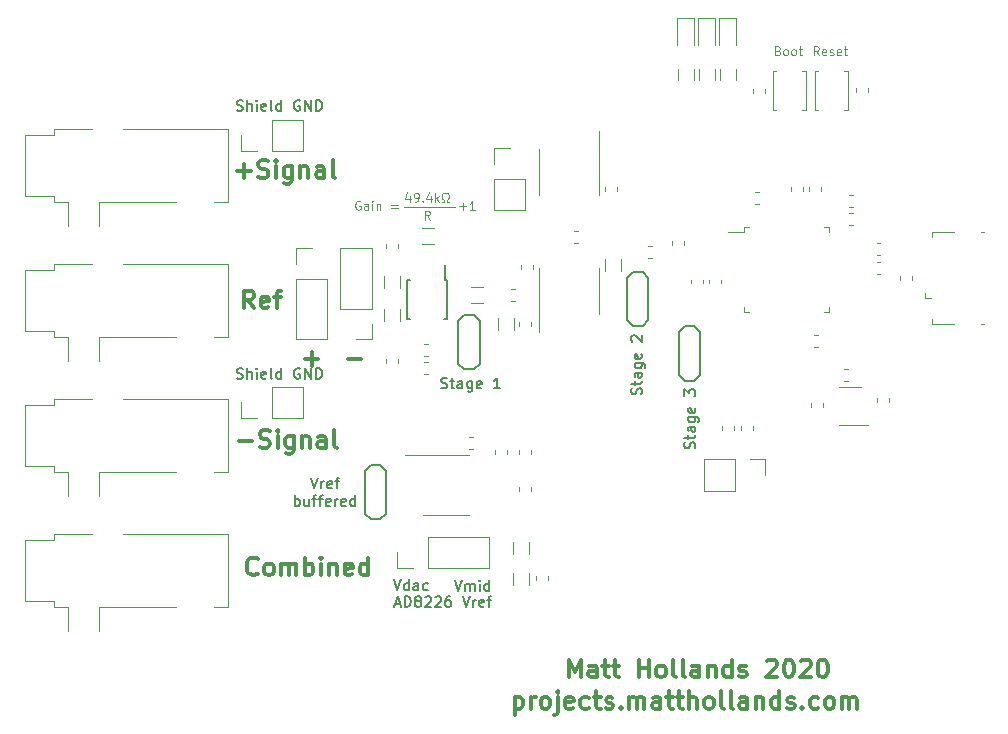
<source format=gbr>
G04 #@! TF.GenerationSoftware,KiCad,Pcbnew,(5.1.5-0-10_14)*
G04 #@! TF.CreationDate,2020-03-25T22:17:50-07:00*
G04 #@! TF.ProjectId,EOGee,454f4765-652e-46b6-9963-61645f706362,rev?*
G04 #@! TF.SameCoordinates,Original*
G04 #@! TF.FileFunction,Legend,Top*
G04 #@! TF.FilePolarity,Positive*
%FSLAX46Y46*%
G04 Gerber Fmt 4.6, Leading zero omitted, Abs format (unit mm)*
G04 Created by KiCad (PCBNEW (5.1.5-0-10_14)) date 2020-03-25 22:17:50*
%MOMM*%
%LPD*%
G04 APERTURE LIST*
%ADD10C,0.125000*%
%ADD11C,0.160000*%
%ADD12C,0.120000*%
%ADD13C,0.300000*%
%ADD14C,0.150000*%
G04 APERTURE END LIST*
D10*
X136231428Y-25231285D02*
X135981428Y-24874142D01*
X135802857Y-25231285D02*
X135802857Y-24481285D01*
X136088571Y-24481285D01*
X136160000Y-24517000D01*
X136195714Y-24552714D01*
X136231428Y-24624142D01*
X136231428Y-24731285D01*
X136195714Y-24802714D01*
X136160000Y-24838428D01*
X136088571Y-24874142D01*
X135802857Y-24874142D01*
X136838571Y-25195571D02*
X136767142Y-25231285D01*
X136624285Y-25231285D01*
X136552857Y-25195571D01*
X136517142Y-25124142D01*
X136517142Y-24838428D01*
X136552857Y-24767000D01*
X136624285Y-24731285D01*
X136767142Y-24731285D01*
X136838571Y-24767000D01*
X136874285Y-24838428D01*
X136874285Y-24909857D01*
X136517142Y-24981285D01*
X137160000Y-25195571D02*
X137231428Y-25231285D01*
X137374285Y-25231285D01*
X137445714Y-25195571D01*
X137481428Y-25124142D01*
X137481428Y-25088428D01*
X137445714Y-25017000D01*
X137374285Y-24981285D01*
X137267142Y-24981285D01*
X137195714Y-24945571D01*
X137160000Y-24874142D01*
X137160000Y-24838428D01*
X137195714Y-24767000D01*
X137267142Y-24731285D01*
X137374285Y-24731285D01*
X137445714Y-24767000D01*
X138088571Y-25195571D02*
X138017142Y-25231285D01*
X137874285Y-25231285D01*
X137802857Y-25195571D01*
X137767142Y-25124142D01*
X137767142Y-24838428D01*
X137802857Y-24767000D01*
X137874285Y-24731285D01*
X138017142Y-24731285D01*
X138088571Y-24767000D01*
X138124285Y-24838428D01*
X138124285Y-24909857D01*
X137767142Y-24981285D01*
X138338571Y-24731285D02*
X138624285Y-24731285D01*
X138445714Y-24481285D02*
X138445714Y-25124142D01*
X138481428Y-25195571D01*
X138552857Y-25231285D01*
X138624285Y-25231285D01*
X132764714Y-24838428D02*
X132871857Y-24874142D01*
X132907571Y-24909857D01*
X132943285Y-24981285D01*
X132943285Y-25088428D01*
X132907571Y-25159857D01*
X132871857Y-25195571D01*
X132800428Y-25231285D01*
X132514714Y-25231285D01*
X132514714Y-24481285D01*
X132764714Y-24481285D01*
X132836142Y-24517000D01*
X132871857Y-24552714D01*
X132907571Y-24624142D01*
X132907571Y-24695571D01*
X132871857Y-24767000D01*
X132836142Y-24802714D01*
X132764714Y-24838428D01*
X132514714Y-24838428D01*
X133371857Y-25231285D02*
X133300428Y-25195571D01*
X133264714Y-25159857D01*
X133229000Y-25088428D01*
X133229000Y-24874142D01*
X133264714Y-24802714D01*
X133300428Y-24767000D01*
X133371857Y-24731285D01*
X133479000Y-24731285D01*
X133550428Y-24767000D01*
X133586142Y-24802714D01*
X133621857Y-24874142D01*
X133621857Y-25088428D01*
X133586142Y-25159857D01*
X133550428Y-25195571D01*
X133479000Y-25231285D01*
X133371857Y-25231285D01*
X134050428Y-25231285D02*
X133979000Y-25195571D01*
X133943285Y-25159857D01*
X133907571Y-25088428D01*
X133907571Y-24874142D01*
X133943285Y-24802714D01*
X133979000Y-24767000D01*
X134050428Y-24731285D01*
X134157571Y-24731285D01*
X134229000Y-24767000D01*
X134264714Y-24802714D01*
X134300428Y-24874142D01*
X134300428Y-25088428D01*
X134264714Y-25159857D01*
X134229000Y-25195571D01*
X134157571Y-25231285D01*
X134050428Y-25231285D01*
X134514714Y-24731285D02*
X134800428Y-24731285D01*
X134621857Y-24481285D02*
X134621857Y-25124142D01*
X134657571Y-25195571D01*
X134729000Y-25231285D01*
X134800428Y-25231285D01*
D11*
X125713285Y-58492714D02*
X125756142Y-58364142D01*
X125756142Y-58149857D01*
X125713285Y-58064142D01*
X125670428Y-58021285D01*
X125584714Y-57978428D01*
X125499000Y-57978428D01*
X125413285Y-58021285D01*
X125370428Y-58064142D01*
X125327571Y-58149857D01*
X125284714Y-58321285D01*
X125241857Y-58407000D01*
X125199000Y-58449857D01*
X125113285Y-58492714D01*
X125027571Y-58492714D01*
X124941857Y-58449857D01*
X124899000Y-58407000D01*
X124856142Y-58321285D01*
X124856142Y-58107000D01*
X124899000Y-57978428D01*
X125156142Y-57721285D02*
X125156142Y-57378428D01*
X124856142Y-57592714D02*
X125627571Y-57592714D01*
X125713285Y-57549857D01*
X125756142Y-57464142D01*
X125756142Y-57378428D01*
X125756142Y-56692714D02*
X125284714Y-56692714D01*
X125199000Y-56735571D01*
X125156142Y-56821285D01*
X125156142Y-56992714D01*
X125199000Y-57078428D01*
X125713285Y-56692714D02*
X125756142Y-56778428D01*
X125756142Y-56992714D01*
X125713285Y-57078428D01*
X125627571Y-57121285D01*
X125541857Y-57121285D01*
X125456142Y-57078428D01*
X125413285Y-56992714D01*
X125413285Y-56778428D01*
X125370428Y-56692714D01*
X125156142Y-55878428D02*
X125884714Y-55878428D01*
X125970428Y-55921285D01*
X126013285Y-55964142D01*
X126056142Y-56049857D01*
X126056142Y-56178428D01*
X126013285Y-56264142D01*
X125713285Y-55878428D02*
X125756142Y-55964142D01*
X125756142Y-56135571D01*
X125713285Y-56221285D01*
X125670428Y-56264142D01*
X125584714Y-56307000D01*
X125327571Y-56307000D01*
X125241857Y-56264142D01*
X125199000Y-56221285D01*
X125156142Y-56135571D01*
X125156142Y-55964142D01*
X125199000Y-55878428D01*
X125713285Y-55107000D02*
X125756142Y-55192714D01*
X125756142Y-55364142D01*
X125713285Y-55449857D01*
X125627571Y-55492714D01*
X125284714Y-55492714D01*
X125199000Y-55449857D01*
X125156142Y-55364142D01*
X125156142Y-55192714D01*
X125199000Y-55107000D01*
X125284714Y-55064142D01*
X125370428Y-55064142D01*
X125456142Y-55492714D01*
X124856142Y-54078428D02*
X124856142Y-53521285D01*
X125199000Y-53821285D01*
X125199000Y-53692714D01*
X125241857Y-53607000D01*
X125284714Y-53564142D01*
X125370428Y-53521285D01*
X125584714Y-53521285D01*
X125670428Y-53564142D01*
X125713285Y-53607000D01*
X125756142Y-53692714D01*
X125756142Y-53949857D01*
X125713285Y-54035571D01*
X125670428Y-54078428D01*
X93203071Y-60982142D02*
X93503071Y-61882142D01*
X93803071Y-60982142D01*
X94103071Y-61882142D02*
X94103071Y-61282142D01*
X94103071Y-61453571D02*
X94145928Y-61367857D01*
X94188785Y-61325000D01*
X94274500Y-61282142D01*
X94360214Y-61282142D01*
X95003071Y-61839285D02*
X94917357Y-61882142D01*
X94745928Y-61882142D01*
X94660214Y-61839285D01*
X94617357Y-61753571D01*
X94617357Y-61410714D01*
X94660214Y-61325000D01*
X94745928Y-61282142D01*
X94917357Y-61282142D01*
X95003071Y-61325000D01*
X95045928Y-61410714D01*
X95045928Y-61496428D01*
X94617357Y-61582142D01*
X95303071Y-61282142D02*
X95645928Y-61282142D01*
X95431642Y-61882142D02*
X95431642Y-61110714D01*
X95474500Y-61025000D01*
X95560214Y-60982142D01*
X95645928Y-60982142D01*
X91853071Y-63392142D02*
X91853071Y-62492142D01*
X91853071Y-62835000D02*
X91938785Y-62792142D01*
X92110214Y-62792142D01*
X92195928Y-62835000D01*
X92238785Y-62877857D01*
X92281642Y-62963571D01*
X92281642Y-63220714D01*
X92238785Y-63306428D01*
X92195928Y-63349285D01*
X92110214Y-63392142D01*
X91938785Y-63392142D01*
X91853071Y-63349285D01*
X93053071Y-62792142D02*
X93053071Y-63392142D01*
X92667357Y-62792142D02*
X92667357Y-63263571D01*
X92710214Y-63349285D01*
X92795928Y-63392142D01*
X92924500Y-63392142D01*
X93010214Y-63349285D01*
X93053071Y-63306428D01*
X93353071Y-62792142D02*
X93695928Y-62792142D01*
X93481642Y-63392142D02*
X93481642Y-62620714D01*
X93524500Y-62535000D01*
X93610214Y-62492142D01*
X93695928Y-62492142D01*
X93867357Y-62792142D02*
X94210214Y-62792142D01*
X93995928Y-63392142D02*
X93995928Y-62620714D01*
X94038785Y-62535000D01*
X94124500Y-62492142D01*
X94210214Y-62492142D01*
X94853071Y-63349285D02*
X94767357Y-63392142D01*
X94595928Y-63392142D01*
X94510214Y-63349285D01*
X94467357Y-63263571D01*
X94467357Y-62920714D01*
X94510214Y-62835000D01*
X94595928Y-62792142D01*
X94767357Y-62792142D01*
X94853071Y-62835000D01*
X94895928Y-62920714D01*
X94895928Y-63006428D01*
X94467357Y-63092142D01*
X95281642Y-63392142D02*
X95281642Y-62792142D01*
X95281642Y-62963571D02*
X95324500Y-62877857D01*
X95367357Y-62835000D01*
X95453071Y-62792142D01*
X95538785Y-62792142D01*
X96181642Y-63349285D02*
X96095928Y-63392142D01*
X95924500Y-63392142D01*
X95838785Y-63349285D01*
X95795928Y-63263571D01*
X95795928Y-62920714D01*
X95838785Y-62835000D01*
X95924500Y-62792142D01*
X96095928Y-62792142D01*
X96181642Y-62835000D01*
X96224500Y-62920714D01*
X96224500Y-63006428D01*
X95795928Y-63092142D01*
X96995928Y-63392142D02*
X96995928Y-62492142D01*
X96995928Y-63349285D02*
X96910214Y-63392142D01*
X96738785Y-63392142D01*
X96653071Y-63349285D01*
X96610214Y-63306428D01*
X96567357Y-63220714D01*
X96567357Y-62963571D01*
X96610214Y-62877857D01*
X96653071Y-62835000D01*
X96738785Y-62792142D01*
X96910214Y-62792142D01*
X96995928Y-62835000D01*
X121204785Y-53920714D02*
X121247642Y-53792142D01*
X121247642Y-53577857D01*
X121204785Y-53492142D01*
X121161928Y-53449285D01*
X121076214Y-53406428D01*
X120990500Y-53406428D01*
X120904785Y-53449285D01*
X120861928Y-53492142D01*
X120819071Y-53577857D01*
X120776214Y-53749285D01*
X120733357Y-53835000D01*
X120690500Y-53877857D01*
X120604785Y-53920714D01*
X120519071Y-53920714D01*
X120433357Y-53877857D01*
X120390500Y-53835000D01*
X120347642Y-53749285D01*
X120347642Y-53535000D01*
X120390500Y-53406428D01*
X120647642Y-53149285D02*
X120647642Y-52806428D01*
X120347642Y-53020714D02*
X121119071Y-53020714D01*
X121204785Y-52977857D01*
X121247642Y-52892142D01*
X121247642Y-52806428D01*
X121247642Y-52120714D02*
X120776214Y-52120714D01*
X120690500Y-52163571D01*
X120647642Y-52249285D01*
X120647642Y-52420714D01*
X120690500Y-52506428D01*
X121204785Y-52120714D02*
X121247642Y-52206428D01*
X121247642Y-52420714D01*
X121204785Y-52506428D01*
X121119071Y-52549285D01*
X121033357Y-52549285D01*
X120947642Y-52506428D01*
X120904785Y-52420714D01*
X120904785Y-52206428D01*
X120861928Y-52120714D01*
X120647642Y-51306428D02*
X121376214Y-51306428D01*
X121461928Y-51349285D01*
X121504785Y-51392142D01*
X121547642Y-51477857D01*
X121547642Y-51606428D01*
X121504785Y-51692142D01*
X121204785Y-51306428D02*
X121247642Y-51392142D01*
X121247642Y-51563571D01*
X121204785Y-51649285D01*
X121161928Y-51692142D01*
X121076214Y-51735000D01*
X120819071Y-51735000D01*
X120733357Y-51692142D01*
X120690500Y-51649285D01*
X120647642Y-51563571D01*
X120647642Y-51392142D01*
X120690500Y-51306428D01*
X121204785Y-50535000D02*
X121247642Y-50620714D01*
X121247642Y-50792142D01*
X121204785Y-50877857D01*
X121119071Y-50920714D01*
X120776214Y-50920714D01*
X120690500Y-50877857D01*
X120647642Y-50792142D01*
X120647642Y-50620714D01*
X120690500Y-50535000D01*
X120776214Y-50492142D01*
X120861928Y-50492142D01*
X120947642Y-50920714D01*
X120433357Y-49463571D02*
X120390500Y-49420714D01*
X120347642Y-49335000D01*
X120347642Y-49120714D01*
X120390500Y-49035000D01*
X120433357Y-48992142D01*
X120519071Y-48949285D01*
X120604785Y-48949285D01*
X120733357Y-48992142D01*
X121247642Y-49506428D01*
X121247642Y-48949285D01*
X100365428Y-71651000D02*
X100794000Y-71651000D01*
X100279714Y-71908142D02*
X100579714Y-71008142D01*
X100879714Y-71908142D01*
X101179714Y-71908142D02*
X101179714Y-71008142D01*
X101394000Y-71008142D01*
X101522571Y-71051000D01*
X101608285Y-71136714D01*
X101651142Y-71222428D01*
X101694000Y-71393857D01*
X101694000Y-71522428D01*
X101651142Y-71693857D01*
X101608285Y-71779571D01*
X101522571Y-71865285D01*
X101394000Y-71908142D01*
X101179714Y-71908142D01*
X102208285Y-71393857D02*
X102122571Y-71351000D01*
X102079714Y-71308142D01*
X102036857Y-71222428D01*
X102036857Y-71179571D01*
X102079714Y-71093857D01*
X102122571Y-71051000D01*
X102208285Y-71008142D01*
X102379714Y-71008142D01*
X102465428Y-71051000D01*
X102508285Y-71093857D01*
X102551142Y-71179571D01*
X102551142Y-71222428D01*
X102508285Y-71308142D01*
X102465428Y-71351000D01*
X102379714Y-71393857D01*
X102208285Y-71393857D01*
X102122571Y-71436714D01*
X102079714Y-71479571D01*
X102036857Y-71565285D01*
X102036857Y-71736714D01*
X102079714Y-71822428D01*
X102122571Y-71865285D01*
X102208285Y-71908142D01*
X102379714Y-71908142D01*
X102465428Y-71865285D01*
X102508285Y-71822428D01*
X102551142Y-71736714D01*
X102551142Y-71565285D01*
X102508285Y-71479571D01*
X102465428Y-71436714D01*
X102379714Y-71393857D01*
X102894000Y-71093857D02*
X102936857Y-71051000D01*
X103022571Y-71008142D01*
X103236857Y-71008142D01*
X103322571Y-71051000D01*
X103365428Y-71093857D01*
X103408285Y-71179571D01*
X103408285Y-71265285D01*
X103365428Y-71393857D01*
X102851142Y-71908142D01*
X103408285Y-71908142D01*
X103751142Y-71093857D02*
X103794000Y-71051000D01*
X103879714Y-71008142D01*
X104094000Y-71008142D01*
X104179714Y-71051000D01*
X104222571Y-71093857D01*
X104265428Y-71179571D01*
X104265428Y-71265285D01*
X104222571Y-71393857D01*
X103708285Y-71908142D01*
X104265428Y-71908142D01*
X105036857Y-71008142D02*
X104865428Y-71008142D01*
X104779714Y-71051000D01*
X104736857Y-71093857D01*
X104651142Y-71222428D01*
X104608285Y-71393857D01*
X104608285Y-71736714D01*
X104651142Y-71822428D01*
X104694000Y-71865285D01*
X104779714Y-71908142D01*
X104951142Y-71908142D01*
X105036857Y-71865285D01*
X105079714Y-71822428D01*
X105122571Y-71736714D01*
X105122571Y-71522428D01*
X105079714Y-71436714D01*
X105036857Y-71393857D01*
X104951142Y-71351000D01*
X104779714Y-71351000D01*
X104694000Y-71393857D01*
X104651142Y-71436714D01*
X104608285Y-71522428D01*
X106065428Y-71008142D02*
X106365428Y-71908142D01*
X106665428Y-71008142D01*
X106965428Y-71908142D02*
X106965428Y-71308142D01*
X106965428Y-71479571D02*
X107008285Y-71393857D01*
X107051142Y-71351000D01*
X107136857Y-71308142D01*
X107222571Y-71308142D01*
X107865428Y-71865285D02*
X107779714Y-71908142D01*
X107608285Y-71908142D01*
X107522571Y-71865285D01*
X107479714Y-71779571D01*
X107479714Y-71436714D01*
X107522571Y-71351000D01*
X107608285Y-71308142D01*
X107779714Y-71308142D01*
X107865428Y-71351000D01*
X107908285Y-71436714D01*
X107908285Y-71522428D01*
X107479714Y-71608142D01*
X108165428Y-71308142D02*
X108508285Y-71308142D01*
X108294000Y-71908142D02*
X108294000Y-71136714D01*
X108336857Y-71051000D01*
X108422571Y-71008142D01*
X108508285Y-71008142D01*
X100227000Y-69611142D02*
X100527000Y-70511142D01*
X100827000Y-69611142D01*
X101512714Y-70511142D02*
X101512714Y-69611142D01*
X101512714Y-70468285D02*
X101427000Y-70511142D01*
X101255571Y-70511142D01*
X101169857Y-70468285D01*
X101127000Y-70425428D01*
X101084142Y-70339714D01*
X101084142Y-70082571D01*
X101127000Y-69996857D01*
X101169857Y-69954000D01*
X101255571Y-69911142D01*
X101427000Y-69911142D01*
X101512714Y-69954000D01*
X102327000Y-70511142D02*
X102327000Y-70039714D01*
X102284142Y-69954000D01*
X102198428Y-69911142D01*
X102027000Y-69911142D01*
X101941285Y-69954000D01*
X102327000Y-70468285D02*
X102241285Y-70511142D01*
X102027000Y-70511142D01*
X101941285Y-70468285D01*
X101898428Y-70382571D01*
X101898428Y-70296857D01*
X101941285Y-70211142D01*
X102027000Y-70168285D01*
X102241285Y-70168285D01*
X102327000Y-70125428D01*
X103141285Y-70468285D02*
X103055571Y-70511142D01*
X102884142Y-70511142D01*
X102798428Y-70468285D01*
X102755571Y-70425428D01*
X102712714Y-70339714D01*
X102712714Y-70082571D01*
X102755571Y-69996857D01*
X102798428Y-69954000D01*
X102884142Y-69911142D01*
X103055571Y-69911142D01*
X103141285Y-69954000D01*
X105412571Y-69674642D02*
X105712571Y-70574642D01*
X106012571Y-69674642D01*
X106312571Y-70574642D02*
X106312571Y-69974642D01*
X106312571Y-70060357D02*
X106355428Y-70017500D01*
X106441142Y-69974642D01*
X106569714Y-69974642D01*
X106655428Y-70017500D01*
X106698285Y-70103214D01*
X106698285Y-70574642D01*
X106698285Y-70103214D02*
X106741142Y-70017500D01*
X106826857Y-69974642D01*
X106955428Y-69974642D01*
X107041142Y-70017500D01*
X107084000Y-70103214D01*
X107084000Y-70574642D01*
X107512571Y-70574642D02*
X107512571Y-69974642D01*
X107512571Y-69674642D02*
X107469714Y-69717500D01*
X107512571Y-69760357D01*
X107555428Y-69717500D01*
X107512571Y-69674642D01*
X107512571Y-69760357D01*
X108326857Y-70574642D02*
X108326857Y-69674642D01*
X108326857Y-70531785D02*
X108241142Y-70574642D01*
X108069714Y-70574642D01*
X107984000Y-70531785D01*
X107941142Y-70488928D01*
X107898285Y-70403214D01*
X107898285Y-70146071D01*
X107941142Y-70060357D01*
X107984000Y-70017500D01*
X108069714Y-69974642D01*
X108241142Y-69974642D01*
X108326857Y-70017500D01*
X104257785Y-53386785D02*
X104386357Y-53429642D01*
X104600642Y-53429642D01*
X104686357Y-53386785D01*
X104729214Y-53343928D01*
X104772071Y-53258214D01*
X104772071Y-53172500D01*
X104729214Y-53086785D01*
X104686357Y-53043928D01*
X104600642Y-53001071D01*
X104429214Y-52958214D01*
X104343500Y-52915357D01*
X104300642Y-52872500D01*
X104257785Y-52786785D01*
X104257785Y-52701071D01*
X104300642Y-52615357D01*
X104343500Y-52572500D01*
X104429214Y-52529642D01*
X104643500Y-52529642D01*
X104772071Y-52572500D01*
X105029214Y-52829642D02*
X105372071Y-52829642D01*
X105157785Y-52529642D02*
X105157785Y-53301071D01*
X105200642Y-53386785D01*
X105286357Y-53429642D01*
X105372071Y-53429642D01*
X106057785Y-53429642D02*
X106057785Y-52958214D01*
X106014928Y-52872500D01*
X105929214Y-52829642D01*
X105757785Y-52829642D01*
X105672071Y-52872500D01*
X106057785Y-53386785D02*
X105972071Y-53429642D01*
X105757785Y-53429642D01*
X105672071Y-53386785D01*
X105629214Y-53301071D01*
X105629214Y-53215357D01*
X105672071Y-53129642D01*
X105757785Y-53086785D01*
X105972071Y-53086785D01*
X106057785Y-53043928D01*
X106872071Y-52829642D02*
X106872071Y-53558214D01*
X106829214Y-53643928D01*
X106786357Y-53686785D01*
X106700642Y-53729642D01*
X106572071Y-53729642D01*
X106486357Y-53686785D01*
X106872071Y-53386785D02*
X106786357Y-53429642D01*
X106614928Y-53429642D01*
X106529214Y-53386785D01*
X106486357Y-53343928D01*
X106443500Y-53258214D01*
X106443500Y-53001071D01*
X106486357Y-52915357D01*
X106529214Y-52872500D01*
X106614928Y-52829642D01*
X106786357Y-52829642D01*
X106872071Y-52872500D01*
X107643500Y-53386785D02*
X107557785Y-53429642D01*
X107386357Y-53429642D01*
X107300642Y-53386785D01*
X107257785Y-53301071D01*
X107257785Y-52958214D01*
X107300642Y-52872500D01*
X107386357Y-52829642D01*
X107557785Y-52829642D01*
X107643500Y-52872500D01*
X107686357Y-52958214D01*
X107686357Y-53043928D01*
X107257785Y-53129642D01*
X109229214Y-53429642D02*
X108714928Y-53429642D01*
X108972071Y-53429642D02*
X108972071Y-52529642D01*
X108886357Y-52658214D01*
X108800642Y-52743928D01*
X108714928Y-52786785D01*
D12*
X101092000Y-38036500D02*
X105410000Y-38036500D01*
D10*
X105783142Y-38026571D02*
X106354571Y-38026571D01*
X106068857Y-38312285D02*
X106068857Y-37740857D01*
X107104571Y-38312285D02*
X106676000Y-38312285D01*
X106890285Y-38312285D02*
X106890285Y-37562285D01*
X106818857Y-37669428D01*
X106747428Y-37740857D01*
X106676000Y-37776571D01*
X103292642Y-39137785D02*
X103042642Y-38780642D01*
X102864071Y-39137785D02*
X102864071Y-38387785D01*
X103149785Y-38387785D01*
X103221214Y-38423500D01*
X103256928Y-38459214D01*
X103292642Y-38530642D01*
X103292642Y-38637785D01*
X103256928Y-38709214D01*
X103221214Y-38744928D01*
X103149785Y-38780642D01*
X102864071Y-38780642D01*
X101578357Y-37113785D02*
X101578357Y-37613785D01*
X101399785Y-36828071D02*
X101221214Y-37363785D01*
X101685500Y-37363785D01*
X102006928Y-37613785D02*
X102149785Y-37613785D01*
X102221214Y-37578071D01*
X102256928Y-37542357D01*
X102328357Y-37435214D01*
X102364071Y-37292357D01*
X102364071Y-37006642D01*
X102328357Y-36935214D01*
X102292642Y-36899500D01*
X102221214Y-36863785D01*
X102078357Y-36863785D01*
X102006928Y-36899500D01*
X101971214Y-36935214D01*
X101935500Y-37006642D01*
X101935500Y-37185214D01*
X101971214Y-37256642D01*
X102006928Y-37292357D01*
X102078357Y-37328071D01*
X102221214Y-37328071D01*
X102292642Y-37292357D01*
X102328357Y-37256642D01*
X102364071Y-37185214D01*
X102685500Y-37542357D02*
X102721214Y-37578071D01*
X102685500Y-37613785D01*
X102649785Y-37578071D01*
X102685500Y-37542357D01*
X102685500Y-37613785D01*
X103364071Y-37113785D02*
X103364071Y-37613785D01*
X103185500Y-36828071D02*
X103006928Y-37363785D01*
X103471214Y-37363785D01*
X103756928Y-37613785D02*
X103756928Y-36863785D01*
X103828357Y-37328071D02*
X104042642Y-37613785D01*
X104042642Y-37113785D02*
X103756928Y-37399500D01*
X104328357Y-37613785D02*
X104506928Y-37613785D01*
X104506928Y-37470928D01*
X104435500Y-37435214D01*
X104364071Y-37363785D01*
X104328357Y-37256642D01*
X104328357Y-37078071D01*
X104364071Y-36970928D01*
X104435500Y-36899500D01*
X104542642Y-36863785D01*
X104685500Y-36863785D01*
X104792642Y-36899500D01*
X104864071Y-36970928D01*
X104899785Y-37078071D01*
X104899785Y-37256642D01*
X104864071Y-37363785D01*
X104792642Y-37435214D01*
X104721214Y-37470928D01*
X104721214Y-37613785D01*
X104899785Y-37613785D01*
X97395285Y-37598000D02*
X97323857Y-37562285D01*
X97216714Y-37562285D01*
X97109571Y-37598000D01*
X97038142Y-37669428D01*
X97002428Y-37740857D01*
X96966714Y-37883714D01*
X96966714Y-37990857D01*
X97002428Y-38133714D01*
X97038142Y-38205142D01*
X97109571Y-38276571D01*
X97216714Y-38312285D01*
X97288142Y-38312285D01*
X97395285Y-38276571D01*
X97431000Y-38240857D01*
X97431000Y-37990857D01*
X97288142Y-37990857D01*
X98073857Y-38312285D02*
X98073857Y-37919428D01*
X98038142Y-37848000D01*
X97966714Y-37812285D01*
X97823857Y-37812285D01*
X97752428Y-37848000D01*
X98073857Y-38276571D02*
X98002428Y-38312285D01*
X97823857Y-38312285D01*
X97752428Y-38276571D01*
X97716714Y-38205142D01*
X97716714Y-38133714D01*
X97752428Y-38062285D01*
X97823857Y-38026571D01*
X98002428Y-38026571D01*
X98073857Y-37990857D01*
X98431000Y-38312285D02*
X98431000Y-37812285D01*
X98431000Y-37562285D02*
X98395285Y-37598000D01*
X98431000Y-37633714D01*
X98466714Y-37598000D01*
X98431000Y-37562285D01*
X98431000Y-37633714D01*
X98788142Y-37812285D02*
X98788142Y-38312285D01*
X98788142Y-37883714D02*
X98823857Y-37848000D01*
X98895285Y-37812285D01*
X99002428Y-37812285D01*
X99073857Y-37848000D01*
X99109571Y-37919428D01*
X99109571Y-38312285D01*
X100038142Y-37919428D02*
X100609571Y-37919428D01*
X100609571Y-38133714D02*
X100038142Y-38133714D01*
D13*
X97472428Y-50946857D02*
X96329571Y-50946857D01*
X93852928Y-50946857D02*
X92710071Y-50946857D01*
X93281500Y-50375428D02*
X93281500Y-51518285D01*
D11*
X86929571Y-29891785D02*
X87058142Y-29934642D01*
X87272428Y-29934642D01*
X87358142Y-29891785D01*
X87401000Y-29848928D01*
X87443857Y-29763214D01*
X87443857Y-29677500D01*
X87401000Y-29591785D01*
X87358142Y-29548928D01*
X87272428Y-29506071D01*
X87101000Y-29463214D01*
X87015285Y-29420357D01*
X86972428Y-29377500D01*
X86929571Y-29291785D01*
X86929571Y-29206071D01*
X86972428Y-29120357D01*
X87015285Y-29077500D01*
X87101000Y-29034642D01*
X87315285Y-29034642D01*
X87443857Y-29077500D01*
X87829571Y-29934642D02*
X87829571Y-29034642D01*
X88215285Y-29934642D02*
X88215285Y-29463214D01*
X88172428Y-29377500D01*
X88086714Y-29334642D01*
X87958142Y-29334642D01*
X87872428Y-29377500D01*
X87829571Y-29420357D01*
X88643857Y-29934642D02*
X88643857Y-29334642D01*
X88643857Y-29034642D02*
X88601000Y-29077500D01*
X88643857Y-29120357D01*
X88686714Y-29077500D01*
X88643857Y-29034642D01*
X88643857Y-29120357D01*
X89415285Y-29891785D02*
X89329571Y-29934642D01*
X89158142Y-29934642D01*
X89072428Y-29891785D01*
X89029571Y-29806071D01*
X89029571Y-29463214D01*
X89072428Y-29377500D01*
X89158142Y-29334642D01*
X89329571Y-29334642D01*
X89415285Y-29377500D01*
X89458142Y-29463214D01*
X89458142Y-29548928D01*
X89029571Y-29634642D01*
X89972428Y-29934642D02*
X89886714Y-29891785D01*
X89843857Y-29806071D01*
X89843857Y-29034642D01*
X90701000Y-29934642D02*
X90701000Y-29034642D01*
X90701000Y-29891785D02*
X90615285Y-29934642D01*
X90443857Y-29934642D01*
X90358142Y-29891785D01*
X90315285Y-29848928D01*
X90272428Y-29763214D01*
X90272428Y-29506071D01*
X90315285Y-29420357D01*
X90358142Y-29377500D01*
X90443857Y-29334642D01*
X90615285Y-29334642D01*
X90701000Y-29377500D01*
X92286714Y-29077500D02*
X92201000Y-29034642D01*
X92072428Y-29034642D01*
X91943857Y-29077500D01*
X91858142Y-29163214D01*
X91815285Y-29248928D01*
X91772428Y-29420357D01*
X91772428Y-29548928D01*
X91815285Y-29720357D01*
X91858142Y-29806071D01*
X91943857Y-29891785D01*
X92072428Y-29934642D01*
X92158142Y-29934642D01*
X92286714Y-29891785D01*
X92329571Y-29848928D01*
X92329571Y-29548928D01*
X92158142Y-29548928D01*
X92715285Y-29934642D02*
X92715285Y-29034642D01*
X93229571Y-29934642D01*
X93229571Y-29034642D01*
X93658142Y-29934642D02*
X93658142Y-29034642D01*
X93872428Y-29034642D01*
X94001000Y-29077500D01*
X94086714Y-29163214D01*
X94129571Y-29248928D01*
X94172428Y-29420357D01*
X94172428Y-29548928D01*
X94129571Y-29720357D01*
X94086714Y-29806071D01*
X94001000Y-29891785D01*
X93872428Y-29934642D01*
X93658142Y-29934642D01*
X86929571Y-52561285D02*
X87058142Y-52604142D01*
X87272428Y-52604142D01*
X87358142Y-52561285D01*
X87401000Y-52518428D01*
X87443857Y-52432714D01*
X87443857Y-52347000D01*
X87401000Y-52261285D01*
X87358142Y-52218428D01*
X87272428Y-52175571D01*
X87101000Y-52132714D01*
X87015285Y-52089857D01*
X86972428Y-52047000D01*
X86929571Y-51961285D01*
X86929571Y-51875571D01*
X86972428Y-51789857D01*
X87015285Y-51747000D01*
X87101000Y-51704142D01*
X87315285Y-51704142D01*
X87443857Y-51747000D01*
X87829571Y-52604142D02*
X87829571Y-51704142D01*
X88215285Y-52604142D02*
X88215285Y-52132714D01*
X88172428Y-52047000D01*
X88086714Y-52004142D01*
X87958142Y-52004142D01*
X87872428Y-52047000D01*
X87829571Y-52089857D01*
X88643857Y-52604142D02*
X88643857Y-52004142D01*
X88643857Y-51704142D02*
X88601000Y-51747000D01*
X88643857Y-51789857D01*
X88686714Y-51747000D01*
X88643857Y-51704142D01*
X88643857Y-51789857D01*
X89415285Y-52561285D02*
X89329571Y-52604142D01*
X89158142Y-52604142D01*
X89072428Y-52561285D01*
X89029571Y-52475571D01*
X89029571Y-52132714D01*
X89072428Y-52047000D01*
X89158142Y-52004142D01*
X89329571Y-52004142D01*
X89415285Y-52047000D01*
X89458142Y-52132714D01*
X89458142Y-52218428D01*
X89029571Y-52304142D01*
X89972428Y-52604142D02*
X89886714Y-52561285D01*
X89843857Y-52475571D01*
X89843857Y-51704142D01*
X90701000Y-52604142D02*
X90701000Y-51704142D01*
X90701000Y-52561285D02*
X90615285Y-52604142D01*
X90443857Y-52604142D01*
X90358142Y-52561285D01*
X90315285Y-52518428D01*
X90272428Y-52432714D01*
X90272428Y-52175571D01*
X90315285Y-52089857D01*
X90358142Y-52047000D01*
X90443857Y-52004142D01*
X90615285Y-52004142D01*
X90701000Y-52047000D01*
X92286714Y-51747000D02*
X92201000Y-51704142D01*
X92072428Y-51704142D01*
X91943857Y-51747000D01*
X91858142Y-51832714D01*
X91815285Y-51918428D01*
X91772428Y-52089857D01*
X91772428Y-52218428D01*
X91815285Y-52389857D01*
X91858142Y-52475571D01*
X91943857Y-52561285D01*
X92072428Y-52604142D01*
X92158142Y-52604142D01*
X92286714Y-52561285D01*
X92329571Y-52518428D01*
X92329571Y-52218428D01*
X92158142Y-52218428D01*
X92715285Y-52604142D02*
X92715285Y-51704142D01*
X93229571Y-52604142D01*
X93229571Y-51704142D01*
X93658142Y-52604142D02*
X93658142Y-51704142D01*
X93872428Y-51704142D01*
X94001000Y-51747000D01*
X94086714Y-51832714D01*
X94129571Y-51918428D01*
X94172428Y-52089857D01*
X94172428Y-52218428D01*
X94129571Y-52389857D01*
X94086714Y-52475571D01*
X94001000Y-52561285D01*
X93872428Y-52604142D01*
X93658142Y-52604142D01*
D13*
X88714000Y-69115714D02*
X88642571Y-69187142D01*
X88428285Y-69258571D01*
X88285428Y-69258571D01*
X88071142Y-69187142D01*
X87928285Y-69044285D01*
X87856857Y-68901428D01*
X87785428Y-68615714D01*
X87785428Y-68401428D01*
X87856857Y-68115714D01*
X87928285Y-67972857D01*
X88071142Y-67830000D01*
X88285428Y-67758571D01*
X88428285Y-67758571D01*
X88642571Y-67830000D01*
X88714000Y-67901428D01*
X89571142Y-69258571D02*
X89428285Y-69187142D01*
X89356857Y-69115714D01*
X89285428Y-68972857D01*
X89285428Y-68544285D01*
X89356857Y-68401428D01*
X89428285Y-68330000D01*
X89571142Y-68258571D01*
X89785428Y-68258571D01*
X89928285Y-68330000D01*
X89999714Y-68401428D01*
X90071142Y-68544285D01*
X90071142Y-68972857D01*
X89999714Y-69115714D01*
X89928285Y-69187142D01*
X89785428Y-69258571D01*
X89571142Y-69258571D01*
X90714000Y-69258571D02*
X90714000Y-68258571D01*
X90714000Y-68401428D02*
X90785428Y-68330000D01*
X90928285Y-68258571D01*
X91142571Y-68258571D01*
X91285428Y-68330000D01*
X91356857Y-68472857D01*
X91356857Y-69258571D01*
X91356857Y-68472857D02*
X91428285Y-68330000D01*
X91571142Y-68258571D01*
X91785428Y-68258571D01*
X91928285Y-68330000D01*
X91999714Y-68472857D01*
X91999714Y-69258571D01*
X92714000Y-69258571D02*
X92714000Y-67758571D01*
X92714000Y-68330000D02*
X92856857Y-68258571D01*
X93142571Y-68258571D01*
X93285428Y-68330000D01*
X93356857Y-68401428D01*
X93428285Y-68544285D01*
X93428285Y-68972857D01*
X93356857Y-69115714D01*
X93285428Y-69187142D01*
X93142571Y-69258571D01*
X92856857Y-69258571D01*
X92714000Y-69187142D01*
X94071142Y-69258571D02*
X94071142Y-68258571D01*
X94071142Y-67758571D02*
X93999714Y-67830000D01*
X94071142Y-67901428D01*
X94142571Y-67830000D01*
X94071142Y-67758571D01*
X94071142Y-67901428D01*
X94785428Y-68258571D02*
X94785428Y-69258571D01*
X94785428Y-68401428D02*
X94856857Y-68330000D01*
X94999714Y-68258571D01*
X95214000Y-68258571D01*
X95356857Y-68330000D01*
X95428285Y-68472857D01*
X95428285Y-69258571D01*
X96714000Y-69187142D02*
X96571142Y-69258571D01*
X96285428Y-69258571D01*
X96142571Y-69187142D01*
X96071142Y-69044285D01*
X96071142Y-68472857D01*
X96142571Y-68330000D01*
X96285428Y-68258571D01*
X96571142Y-68258571D01*
X96714000Y-68330000D01*
X96785428Y-68472857D01*
X96785428Y-68615714D01*
X96071142Y-68758571D01*
X98071142Y-69258571D02*
X98071142Y-67758571D01*
X98071142Y-69187142D02*
X97928285Y-69258571D01*
X97642571Y-69258571D01*
X97499714Y-69187142D01*
X97428285Y-69115714D01*
X97356857Y-68972857D01*
X97356857Y-68544285D01*
X97428285Y-68401428D01*
X97499714Y-68330000D01*
X97642571Y-68258571D01*
X97928285Y-68258571D01*
X98071142Y-68330000D01*
X88419857Y-46652571D02*
X87919857Y-45938285D01*
X87562714Y-46652571D02*
X87562714Y-45152571D01*
X88134142Y-45152571D01*
X88277000Y-45224000D01*
X88348428Y-45295428D01*
X88419857Y-45438285D01*
X88419857Y-45652571D01*
X88348428Y-45795428D01*
X88277000Y-45866857D01*
X88134142Y-45938285D01*
X87562714Y-45938285D01*
X89634142Y-46581142D02*
X89491285Y-46652571D01*
X89205571Y-46652571D01*
X89062714Y-46581142D01*
X88991285Y-46438285D01*
X88991285Y-45866857D01*
X89062714Y-45724000D01*
X89205571Y-45652571D01*
X89491285Y-45652571D01*
X89634142Y-45724000D01*
X89705571Y-45866857D01*
X89705571Y-46009714D01*
X88991285Y-46152571D01*
X90134142Y-45652571D02*
X90705571Y-45652571D01*
X90348428Y-46652571D02*
X90348428Y-45366857D01*
X90419857Y-45224000D01*
X90562714Y-45152571D01*
X90705571Y-45152571D01*
X87114571Y-57892142D02*
X88257428Y-57892142D01*
X88900285Y-58392142D02*
X89114571Y-58463571D01*
X89471714Y-58463571D01*
X89614571Y-58392142D01*
X89686000Y-58320714D01*
X89757428Y-58177857D01*
X89757428Y-58035000D01*
X89686000Y-57892142D01*
X89614571Y-57820714D01*
X89471714Y-57749285D01*
X89186000Y-57677857D01*
X89043142Y-57606428D01*
X88971714Y-57535000D01*
X88900285Y-57392142D01*
X88900285Y-57249285D01*
X88971714Y-57106428D01*
X89043142Y-57035000D01*
X89186000Y-56963571D01*
X89543142Y-56963571D01*
X89757428Y-57035000D01*
X90400285Y-58463571D02*
X90400285Y-57463571D01*
X90400285Y-56963571D02*
X90328857Y-57035000D01*
X90400285Y-57106428D01*
X90471714Y-57035000D01*
X90400285Y-56963571D01*
X90400285Y-57106428D01*
X91757428Y-57463571D02*
X91757428Y-58677857D01*
X91686000Y-58820714D01*
X91614571Y-58892142D01*
X91471714Y-58963571D01*
X91257428Y-58963571D01*
X91114571Y-58892142D01*
X91757428Y-58392142D02*
X91614571Y-58463571D01*
X91328857Y-58463571D01*
X91186000Y-58392142D01*
X91114571Y-58320714D01*
X91043142Y-58177857D01*
X91043142Y-57749285D01*
X91114571Y-57606428D01*
X91186000Y-57535000D01*
X91328857Y-57463571D01*
X91614571Y-57463571D01*
X91757428Y-57535000D01*
X92471714Y-57463571D02*
X92471714Y-58463571D01*
X92471714Y-57606428D02*
X92543142Y-57535000D01*
X92686000Y-57463571D01*
X92900285Y-57463571D01*
X93043142Y-57535000D01*
X93114571Y-57677857D01*
X93114571Y-58463571D01*
X94471714Y-58463571D02*
X94471714Y-57677857D01*
X94400285Y-57535000D01*
X94257428Y-57463571D01*
X93971714Y-57463571D01*
X93828857Y-57535000D01*
X94471714Y-58392142D02*
X94328857Y-58463571D01*
X93971714Y-58463571D01*
X93828857Y-58392142D01*
X93757428Y-58249285D01*
X93757428Y-58106428D01*
X93828857Y-57963571D01*
X93971714Y-57892142D01*
X94328857Y-57892142D01*
X94471714Y-57820714D01*
X95400285Y-58463571D02*
X95257428Y-58392142D01*
X95186000Y-58249285D01*
X95186000Y-56963571D01*
X86987571Y-35032142D02*
X88130428Y-35032142D01*
X87559000Y-35603571D02*
X87559000Y-34460714D01*
X88773285Y-35532142D02*
X88987571Y-35603571D01*
X89344714Y-35603571D01*
X89487571Y-35532142D01*
X89559000Y-35460714D01*
X89630428Y-35317857D01*
X89630428Y-35175000D01*
X89559000Y-35032142D01*
X89487571Y-34960714D01*
X89344714Y-34889285D01*
X89059000Y-34817857D01*
X88916142Y-34746428D01*
X88844714Y-34675000D01*
X88773285Y-34532142D01*
X88773285Y-34389285D01*
X88844714Y-34246428D01*
X88916142Y-34175000D01*
X89059000Y-34103571D01*
X89416142Y-34103571D01*
X89630428Y-34175000D01*
X90273285Y-35603571D02*
X90273285Y-34603571D01*
X90273285Y-34103571D02*
X90201857Y-34175000D01*
X90273285Y-34246428D01*
X90344714Y-34175000D01*
X90273285Y-34103571D01*
X90273285Y-34246428D01*
X91630428Y-34603571D02*
X91630428Y-35817857D01*
X91559000Y-35960714D01*
X91487571Y-36032142D01*
X91344714Y-36103571D01*
X91130428Y-36103571D01*
X90987571Y-36032142D01*
X91630428Y-35532142D02*
X91487571Y-35603571D01*
X91201857Y-35603571D01*
X91059000Y-35532142D01*
X90987571Y-35460714D01*
X90916142Y-35317857D01*
X90916142Y-34889285D01*
X90987571Y-34746428D01*
X91059000Y-34675000D01*
X91201857Y-34603571D01*
X91487571Y-34603571D01*
X91630428Y-34675000D01*
X92344714Y-34603571D02*
X92344714Y-35603571D01*
X92344714Y-34746428D02*
X92416142Y-34675000D01*
X92559000Y-34603571D01*
X92773285Y-34603571D01*
X92916142Y-34675000D01*
X92987571Y-34817857D01*
X92987571Y-35603571D01*
X94344714Y-35603571D02*
X94344714Y-34817857D01*
X94273285Y-34675000D01*
X94130428Y-34603571D01*
X93844714Y-34603571D01*
X93701857Y-34675000D01*
X94344714Y-35532142D02*
X94201857Y-35603571D01*
X93844714Y-35603571D01*
X93701857Y-35532142D01*
X93630428Y-35389285D01*
X93630428Y-35246428D01*
X93701857Y-35103571D01*
X93844714Y-35032142D01*
X94201857Y-35032142D01*
X94344714Y-34960714D01*
X95273285Y-35603571D02*
X95130428Y-35532142D01*
X95059000Y-35389285D01*
X95059000Y-34103571D01*
X115055428Y-77894571D02*
X115055428Y-76394571D01*
X115555428Y-77466000D01*
X116055428Y-76394571D01*
X116055428Y-77894571D01*
X117412571Y-77894571D02*
X117412571Y-77108857D01*
X117341142Y-76966000D01*
X117198285Y-76894571D01*
X116912571Y-76894571D01*
X116769714Y-76966000D01*
X117412571Y-77823142D02*
X117269714Y-77894571D01*
X116912571Y-77894571D01*
X116769714Y-77823142D01*
X116698285Y-77680285D01*
X116698285Y-77537428D01*
X116769714Y-77394571D01*
X116912571Y-77323142D01*
X117269714Y-77323142D01*
X117412571Y-77251714D01*
X117912571Y-76894571D02*
X118484000Y-76894571D01*
X118126857Y-76394571D02*
X118126857Y-77680285D01*
X118198285Y-77823142D01*
X118341142Y-77894571D01*
X118484000Y-77894571D01*
X118769714Y-76894571D02*
X119341142Y-76894571D01*
X118984000Y-76394571D02*
X118984000Y-77680285D01*
X119055428Y-77823142D01*
X119198285Y-77894571D01*
X119341142Y-77894571D01*
X120984000Y-77894571D02*
X120984000Y-76394571D01*
X120984000Y-77108857D02*
X121841142Y-77108857D01*
X121841142Y-77894571D02*
X121841142Y-76394571D01*
X122769714Y-77894571D02*
X122626857Y-77823142D01*
X122555428Y-77751714D01*
X122484000Y-77608857D01*
X122484000Y-77180285D01*
X122555428Y-77037428D01*
X122626857Y-76966000D01*
X122769714Y-76894571D01*
X122984000Y-76894571D01*
X123126857Y-76966000D01*
X123198285Y-77037428D01*
X123269714Y-77180285D01*
X123269714Y-77608857D01*
X123198285Y-77751714D01*
X123126857Y-77823142D01*
X122984000Y-77894571D01*
X122769714Y-77894571D01*
X124126857Y-77894571D02*
X123984000Y-77823142D01*
X123912571Y-77680285D01*
X123912571Y-76394571D01*
X124912571Y-77894571D02*
X124769714Y-77823142D01*
X124698285Y-77680285D01*
X124698285Y-76394571D01*
X126126857Y-77894571D02*
X126126857Y-77108857D01*
X126055428Y-76966000D01*
X125912571Y-76894571D01*
X125626857Y-76894571D01*
X125484000Y-76966000D01*
X126126857Y-77823142D02*
X125984000Y-77894571D01*
X125626857Y-77894571D01*
X125484000Y-77823142D01*
X125412571Y-77680285D01*
X125412571Y-77537428D01*
X125484000Y-77394571D01*
X125626857Y-77323142D01*
X125984000Y-77323142D01*
X126126857Y-77251714D01*
X126841142Y-76894571D02*
X126841142Y-77894571D01*
X126841142Y-77037428D02*
X126912571Y-76966000D01*
X127055428Y-76894571D01*
X127269714Y-76894571D01*
X127412571Y-76966000D01*
X127484000Y-77108857D01*
X127484000Y-77894571D01*
X128841142Y-77894571D02*
X128841142Y-76394571D01*
X128841142Y-77823142D02*
X128698285Y-77894571D01*
X128412571Y-77894571D01*
X128269714Y-77823142D01*
X128198285Y-77751714D01*
X128126857Y-77608857D01*
X128126857Y-77180285D01*
X128198285Y-77037428D01*
X128269714Y-76966000D01*
X128412571Y-76894571D01*
X128698285Y-76894571D01*
X128841142Y-76966000D01*
X129484000Y-77823142D02*
X129626857Y-77894571D01*
X129912571Y-77894571D01*
X130055428Y-77823142D01*
X130126857Y-77680285D01*
X130126857Y-77608857D01*
X130055428Y-77466000D01*
X129912571Y-77394571D01*
X129698285Y-77394571D01*
X129555428Y-77323142D01*
X129484000Y-77180285D01*
X129484000Y-77108857D01*
X129555428Y-76966000D01*
X129698285Y-76894571D01*
X129912571Y-76894571D01*
X130055428Y-76966000D01*
X131841142Y-76537428D02*
X131912571Y-76466000D01*
X132055428Y-76394571D01*
X132412571Y-76394571D01*
X132555428Y-76466000D01*
X132626857Y-76537428D01*
X132698285Y-76680285D01*
X132698285Y-76823142D01*
X132626857Y-77037428D01*
X131769714Y-77894571D01*
X132698285Y-77894571D01*
X133626857Y-76394571D02*
X133769714Y-76394571D01*
X133912571Y-76466000D01*
X133984000Y-76537428D01*
X134055428Y-76680285D01*
X134126857Y-76966000D01*
X134126857Y-77323142D01*
X134055428Y-77608857D01*
X133984000Y-77751714D01*
X133912571Y-77823142D01*
X133769714Y-77894571D01*
X133626857Y-77894571D01*
X133484000Y-77823142D01*
X133412571Y-77751714D01*
X133341142Y-77608857D01*
X133269714Y-77323142D01*
X133269714Y-76966000D01*
X133341142Y-76680285D01*
X133412571Y-76537428D01*
X133484000Y-76466000D01*
X133626857Y-76394571D01*
X134698285Y-76537428D02*
X134769714Y-76466000D01*
X134912571Y-76394571D01*
X135269714Y-76394571D01*
X135412571Y-76466000D01*
X135484000Y-76537428D01*
X135555428Y-76680285D01*
X135555428Y-76823142D01*
X135484000Y-77037428D01*
X134626857Y-77894571D01*
X135555428Y-77894571D01*
X136484000Y-76394571D02*
X136626857Y-76394571D01*
X136769714Y-76466000D01*
X136841142Y-76537428D01*
X136912571Y-76680285D01*
X136984000Y-76966000D01*
X136984000Y-77323142D01*
X136912571Y-77608857D01*
X136841142Y-77751714D01*
X136769714Y-77823142D01*
X136626857Y-77894571D01*
X136484000Y-77894571D01*
X136341142Y-77823142D01*
X136269714Y-77751714D01*
X136198285Y-77608857D01*
X136126857Y-77323142D01*
X136126857Y-76966000D01*
X136198285Y-76680285D01*
X136269714Y-76537428D01*
X136341142Y-76466000D01*
X136484000Y-76394571D01*
X110468000Y-79561571D02*
X110468000Y-81061571D01*
X110468000Y-79633000D02*
X110610857Y-79561571D01*
X110896571Y-79561571D01*
X111039428Y-79633000D01*
X111110857Y-79704428D01*
X111182285Y-79847285D01*
X111182285Y-80275857D01*
X111110857Y-80418714D01*
X111039428Y-80490142D01*
X110896571Y-80561571D01*
X110610857Y-80561571D01*
X110468000Y-80490142D01*
X111825142Y-80561571D02*
X111825142Y-79561571D01*
X111825142Y-79847285D02*
X111896571Y-79704428D01*
X111968000Y-79633000D01*
X112110857Y-79561571D01*
X112253714Y-79561571D01*
X112968000Y-80561571D02*
X112825142Y-80490142D01*
X112753714Y-80418714D01*
X112682285Y-80275857D01*
X112682285Y-79847285D01*
X112753714Y-79704428D01*
X112825142Y-79633000D01*
X112968000Y-79561571D01*
X113182285Y-79561571D01*
X113325142Y-79633000D01*
X113396571Y-79704428D01*
X113468000Y-79847285D01*
X113468000Y-80275857D01*
X113396571Y-80418714D01*
X113325142Y-80490142D01*
X113182285Y-80561571D01*
X112968000Y-80561571D01*
X114110857Y-79561571D02*
X114110857Y-80847285D01*
X114039428Y-80990142D01*
X113896571Y-81061571D01*
X113825142Y-81061571D01*
X114110857Y-79061571D02*
X114039428Y-79133000D01*
X114110857Y-79204428D01*
X114182285Y-79133000D01*
X114110857Y-79061571D01*
X114110857Y-79204428D01*
X115396571Y-80490142D02*
X115253714Y-80561571D01*
X114968000Y-80561571D01*
X114825142Y-80490142D01*
X114753714Y-80347285D01*
X114753714Y-79775857D01*
X114825142Y-79633000D01*
X114968000Y-79561571D01*
X115253714Y-79561571D01*
X115396571Y-79633000D01*
X115468000Y-79775857D01*
X115468000Y-79918714D01*
X114753714Y-80061571D01*
X116753714Y-80490142D02*
X116610857Y-80561571D01*
X116325142Y-80561571D01*
X116182285Y-80490142D01*
X116110857Y-80418714D01*
X116039428Y-80275857D01*
X116039428Y-79847285D01*
X116110857Y-79704428D01*
X116182285Y-79633000D01*
X116325142Y-79561571D01*
X116610857Y-79561571D01*
X116753714Y-79633000D01*
X117182285Y-79561571D02*
X117753714Y-79561571D01*
X117396571Y-79061571D02*
X117396571Y-80347285D01*
X117468000Y-80490142D01*
X117610857Y-80561571D01*
X117753714Y-80561571D01*
X118182285Y-80490142D02*
X118325142Y-80561571D01*
X118610857Y-80561571D01*
X118753714Y-80490142D01*
X118825142Y-80347285D01*
X118825142Y-80275857D01*
X118753714Y-80133000D01*
X118610857Y-80061571D01*
X118396571Y-80061571D01*
X118253714Y-79990142D01*
X118182285Y-79847285D01*
X118182285Y-79775857D01*
X118253714Y-79633000D01*
X118396571Y-79561571D01*
X118610857Y-79561571D01*
X118753714Y-79633000D01*
X119468000Y-80418714D02*
X119539428Y-80490142D01*
X119468000Y-80561571D01*
X119396571Y-80490142D01*
X119468000Y-80418714D01*
X119468000Y-80561571D01*
X120182285Y-80561571D02*
X120182285Y-79561571D01*
X120182285Y-79704428D02*
X120253714Y-79633000D01*
X120396571Y-79561571D01*
X120610857Y-79561571D01*
X120753714Y-79633000D01*
X120825142Y-79775857D01*
X120825142Y-80561571D01*
X120825142Y-79775857D02*
X120896571Y-79633000D01*
X121039428Y-79561571D01*
X121253714Y-79561571D01*
X121396571Y-79633000D01*
X121468000Y-79775857D01*
X121468000Y-80561571D01*
X122825142Y-80561571D02*
X122825142Y-79775857D01*
X122753714Y-79633000D01*
X122610857Y-79561571D01*
X122325142Y-79561571D01*
X122182285Y-79633000D01*
X122825142Y-80490142D02*
X122682285Y-80561571D01*
X122325142Y-80561571D01*
X122182285Y-80490142D01*
X122110857Y-80347285D01*
X122110857Y-80204428D01*
X122182285Y-80061571D01*
X122325142Y-79990142D01*
X122682285Y-79990142D01*
X122825142Y-79918714D01*
X123325142Y-79561571D02*
X123896571Y-79561571D01*
X123539428Y-79061571D02*
X123539428Y-80347285D01*
X123610857Y-80490142D01*
X123753714Y-80561571D01*
X123896571Y-80561571D01*
X124182285Y-79561571D02*
X124753714Y-79561571D01*
X124396571Y-79061571D02*
X124396571Y-80347285D01*
X124468000Y-80490142D01*
X124610857Y-80561571D01*
X124753714Y-80561571D01*
X125253714Y-80561571D02*
X125253714Y-79061571D01*
X125896571Y-80561571D02*
X125896571Y-79775857D01*
X125825142Y-79633000D01*
X125682285Y-79561571D01*
X125468000Y-79561571D01*
X125325142Y-79633000D01*
X125253714Y-79704428D01*
X126825142Y-80561571D02*
X126682285Y-80490142D01*
X126610857Y-80418714D01*
X126539428Y-80275857D01*
X126539428Y-79847285D01*
X126610857Y-79704428D01*
X126682285Y-79633000D01*
X126825142Y-79561571D01*
X127039428Y-79561571D01*
X127182285Y-79633000D01*
X127253714Y-79704428D01*
X127325142Y-79847285D01*
X127325142Y-80275857D01*
X127253714Y-80418714D01*
X127182285Y-80490142D01*
X127039428Y-80561571D01*
X126825142Y-80561571D01*
X128182285Y-80561571D02*
X128039428Y-80490142D01*
X127968000Y-80347285D01*
X127968000Y-79061571D01*
X128968000Y-80561571D02*
X128825142Y-80490142D01*
X128753714Y-80347285D01*
X128753714Y-79061571D01*
X130182285Y-80561571D02*
X130182285Y-79775857D01*
X130110857Y-79633000D01*
X129968000Y-79561571D01*
X129682285Y-79561571D01*
X129539428Y-79633000D01*
X130182285Y-80490142D02*
X130039428Y-80561571D01*
X129682285Y-80561571D01*
X129539428Y-80490142D01*
X129468000Y-80347285D01*
X129468000Y-80204428D01*
X129539428Y-80061571D01*
X129682285Y-79990142D01*
X130039428Y-79990142D01*
X130182285Y-79918714D01*
X130896571Y-79561571D02*
X130896571Y-80561571D01*
X130896571Y-79704428D02*
X130968000Y-79633000D01*
X131110857Y-79561571D01*
X131325142Y-79561571D01*
X131468000Y-79633000D01*
X131539428Y-79775857D01*
X131539428Y-80561571D01*
X132896571Y-80561571D02*
X132896571Y-79061571D01*
X132896571Y-80490142D02*
X132753714Y-80561571D01*
X132468000Y-80561571D01*
X132325142Y-80490142D01*
X132253714Y-80418714D01*
X132182285Y-80275857D01*
X132182285Y-79847285D01*
X132253714Y-79704428D01*
X132325142Y-79633000D01*
X132468000Y-79561571D01*
X132753714Y-79561571D01*
X132896571Y-79633000D01*
X133539428Y-80490142D02*
X133682285Y-80561571D01*
X133968000Y-80561571D01*
X134110857Y-80490142D01*
X134182285Y-80347285D01*
X134182285Y-80275857D01*
X134110857Y-80133000D01*
X133968000Y-80061571D01*
X133753714Y-80061571D01*
X133610857Y-79990142D01*
X133539428Y-79847285D01*
X133539428Y-79775857D01*
X133610857Y-79633000D01*
X133753714Y-79561571D01*
X133968000Y-79561571D01*
X134110857Y-79633000D01*
X134825142Y-80418714D02*
X134896571Y-80490142D01*
X134825142Y-80561571D01*
X134753714Y-80490142D01*
X134825142Y-80418714D01*
X134825142Y-80561571D01*
X136182285Y-80490142D02*
X136039428Y-80561571D01*
X135753714Y-80561571D01*
X135610857Y-80490142D01*
X135539428Y-80418714D01*
X135468000Y-80275857D01*
X135468000Y-79847285D01*
X135539428Y-79704428D01*
X135610857Y-79633000D01*
X135753714Y-79561571D01*
X136039428Y-79561571D01*
X136182285Y-79633000D01*
X137039428Y-80561571D02*
X136896571Y-80490142D01*
X136825142Y-80418714D01*
X136753714Y-80275857D01*
X136753714Y-79847285D01*
X136825142Y-79704428D01*
X136896571Y-79633000D01*
X137039428Y-79561571D01*
X137253714Y-79561571D01*
X137396571Y-79633000D01*
X137468000Y-79704428D01*
X137539428Y-79847285D01*
X137539428Y-80275857D01*
X137468000Y-80418714D01*
X137396571Y-80490142D01*
X137253714Y-80561571D01*
X137039428Y-80561571D01*
X138182285Y-80561571D02*
X138182285Y-79561571D01*
X138182285Y-79704428D02*
X138253714Y-79633000D01*
X138396571Y-79561571D01*
X138610857Y-79561571D01*
X138753714Y-79633000D01*
X138825142Y-79775857D01*
X138825142Y-80561571D01*
X138825142Y-79775857D02*
X138896571Y-79633000D01*
X139039428Y-79561571D01*
X139253714Y-79561571D01*
X139396571Y-79633000D01*
X139468000Y-79775857D01*
X139468000Y-80561571D01*
D12*
X104648000Y-59035000D02*
X101198000Y-59035000D01*
X104648000Y-59035000D02*
X106598000Y-59035000D01*
X104648000Y-64155000D02*
X102698000Y-64155000D01*
X104648000Y-64155000D02*
X106598000Y-64155000D01*
X112502000Y-45212000D02*
X112502000Y-48662000D01*
X112502000Y-45212000D02*
X112502000Y-43262000D01*
X117622000Y-45212000D02*
X117622000Y-47162000D01*
X117622000Y-45212000D02*
X117622000Y-43262000D01*
X131695500Y-59439500D02*
X131695500Y-60769500D01*
X130365500Y-59439500D02*
X131695500Y-59439500D01*
X129095500Y-59439500D02*
X129095500Y-62099500D01*
X129095500Y-62099500D02*
X126495500Y-62099500D01*
X129095500Y-59439500D02*
X126495500Y-59439500D01*
X126495500Y-59439500D02*
X126495500Y-62099500D01*
X108837000Y-58638221D02*
X108837000Y-58963779D01*
X109857000Y-58638221D02*
X109857000Y-58963779D01*
X106969779Y-57529000D02*
X106644221Y-57529000D01*
X106969779Y-58549000D02*
X106644221Y-58549000D01*
X112266000Y-69306221D02*
X112266000Y-69631779D01*
X113286000Y-69306221D02*
X113286000Y-69631779D01*
X107815000Y-46209500D02*
X106815000Y-46209500D01*
X106815000Y-44849500D02*
X107815000Y-44849500D01*
X144147000Y-44231779D02*
X144147000Y-43906221D01*
X143127000Y-44231779D02*
X143127000Y-43906221D01*
X129061500Y-56652721D02*
X129061500Y-56978279D01*
X128041500Y-56652721D02*
X128041500Y-56978279D01*
X141124721Y-42166000D02*
X141450279Y-42166000D01*
X141124721Y-41146000D02*
X141450279Y-41146000D01*
X110525779Y-46039500D02*
X110200221Y-46039500D01*
X110525779Y-45019500D02*
X110200221Y-45019500D01*
X127481000Y-24358500D02*
X127481000Y-22073500D01*
X127481000Y-22073500D02*
X126011000Y-22073500D01*
X126011000Y-22073500D02*
X126011000Y-24358500D01*
X127789000Y-22073500D02*
X127789000Y-24358500D01*
X129259000Y-22073500D02*
X127789000Y-22073500D01*
X129259000Y-24358500D02*
X129259000Y-22073500D01*
X125703000Y-24358500D02*
X125703000Y-22073500D01*
X125703000Y-22073500D02*
X124233000Y-22073500D01*
X124233000Y-22073500D02*
X124233000Y-24358500D01*
X102624000Y-39833000D02*
X103624000Y-39833000D01*
X103624000Y-41193000D02*
X102624000Y-41193000D01*
X99396000Y-47744000D02*
X99396000Y-46744000D01*
X100756000Y-46744000D02*
X100756000Y-47744000D01*
X100756000Y-43950000D02*
X100756000Y-44950000D01*
X99396000Y-44950000D02*
X99396000Y-43950000D01*
X111678000Y-66429000D02*
X111678000Y-67429000D01*
X110318000Y-67429000D02*
X110318000Y-66429000D01*
X111678000Y-69096000D02*
X111678000Y-70096000D01*
X110318000Y-70096000D02*
X110318000Y-69096000D01*
X112016000Y-43017221D02*
X112016000Y-43342779D01*
X110996000Y-43017221D02*
X110996000Y-43342779D01*
X130661500Y-56652721D02*
X130661500Y-56978279D01*
X129641500Y-56652721D02*
X129641500Y-56978279D01*
X110869000Y-58638221D02*
X110869000Y-58963779D01*
X111889000Y-58638221D02*
X111889000Y-58963779D01*
X110869000Y-61813221D02*
X110869000Y-62138779D01*
X111889000Y-61813221D02*
X111889000Y-62138779D01*
X141124721Y-43753500D02*
X141450279Y-43753500D01*
X141124721Y-42733500D02*
X141450279Y-42733500D01*
X142178500Y-54256721D02*
X142178500Y-54582279D01*
X141158500Y-54256721D02*
X141158500Y-54582279D01*
X136590500Y-55026779D02*
X136590500Y-54701221D01*
X135570500Y-55026779D02*
X135570500Y-54701221D01*
X110869000Y-48168779D02*
X110869000Y-47843221D01*
X111889000Y-48168779D02*
X111889000Y-47843221D01*
X127954500Y-44549279D02*
X127954500Y-44223721D01*
X126934500Y-44549279D02*
X126934500Y-44223721D01*
X125410500Y-44549279D02*
X125410500Y-44223721D01*
X126430500Y-44549279D02*
X126430500Y-44223721D01*
X136179779Y-48893000D02*
X135854221Y-48893000D01*
X136179779Y-49913000D02*
X135854221Y-49913000D01*
X139380500Y-28356779D02*
X139380500Y-28031221D01*
X140400500Y-28356779D02*
X140400500Y-28031221D01*
X135380000Y-36738779D02*
X135380000Y-36413221D01*
X136400000Y-36738779D02*
X136400000Y-36413221D01*
X145811500Y-47969000D02*
X145811500Y-47519000D01*
X147661500Y-47969000D02*
X145811500Y-47969000D01*
X150211500Y-40169000D02*
X149961500Y-40169000D01*
X150211500Y-47969000D02*
X149961500Y-47969000D01*
X147661500Y-40169000D02*
X145811500Y-40169000D01*
X145811500Y-40169000D02*
X145811500Y-40619000D01*
X145261500Y-45769000D02*
X145261500Y-45319000D01*
X145261500Y-45769000D02*
X145711500Y-45769000D01*
X72697000Y-71934000D02*
X71497000Y-71934000D01*
X71497000Y-71934000D02*
X71497000Y-71434000D01*
X71497000Y-71434000D02*
X68997000Y-71434000D01*
X68997000Y-71434000D02*
X68997000Y-66234000D01*
X68997000Y-66234000D02*
X71497000Y-66234000D01*
X71497000Y-66234000D02*
X71497000Y-65734000D01*
X71497000Y-65734000D02*
X74697000Y-65734000D01*
X77297000Y-65734000D02*
X86197000Y-65734000D01*
X86197000Y-65734000D02*
X86197000Y-71934000D01*
X86197000Y-71934000D02*
X84997000Y-71934000D01*
X81797000Y-71934000D02*
X75297000Y-71934000D01*
X72697000Y-71934000D02*
X72697000Y-73934000D01*
X75297000Y-71934000D02*
X75297000Y-73934000D01*
X110408000Y-47506000D02*
X110408000Y-48506000D01*
X109048000Y-48506000D02*
X109048000Y-47506000D01*
X119488500Y-42489500D02*
X119488500Y-43489500D01*
X118128500Y-43489500D02*
X118128500Y-42489500D01*
X130617500Y-28420279D02*
X130617500Y-28094721D01*
X131637500Y-28420279D02*
X131637500Y-28094721D01*
X127426000Y-26360500D02*
X127426000Y-27360500D01*
X126066000Y-27360500D02*
X126066000Y-26360500D01*
X127844000Y-27360500D02*
X127844000Y-26360500D01*
X129204000Y-26360500D02*
X129204000Y-27360500D01*
X125648000Y-26360500D02*
X125648000Y-27360500D01*
X124288000Y-27360500D02*
X124288000Y-26360500D01*
X135131000Y-29844000D02*
X134831000Y-29844000D01*
X135131000Y-26544000D02*
X135131000Y-29844000D01*
X134831000Y-26544000D02*
X135131000Y-26544000D01*
X132331000Y-29844000D02*
X132631000Y-29844000D01*
X132331000Y-26544000D02*
X132331000Y-29844000D01*
X132631000Y-26544000D02*
X132331000Y-26544000D01*
X136187000Y-26544000D02*
X135887000Y-26544000D01*
X135887000Y-26544000D02*
X135887000Y-29844000D01*
X135887000Y-29844000D02*
X136187000Y-29844000D01*
X138387000Y-26544000D02*
X138687000Y-26544000D01*
X138687000Y-26544000D02*
X138687000Y-29844000D01*
X138687000Y-29844000D02*
X138387000Y-29844000D01*
D14*
X107016500Y-47230000D02*
X107516500Y-47730000D01*
X106216500Y-47230000D02*
X107016500Y-47230000D01*
X105716500Y-47730000D02*
X106216500Y-47230000D01*
X105716500Y-51330000D02*
X105716500Y-47730000D01*
X106216500Y-51830000D02*
X105716500Y-51330000D01*
X107016500Y-51830000D02*
X106216500Y-51830000D01*
X107516500Y-51330000D02*
X107016500Y-51830000D01*
X107516500Y-47730000D02*
X107516500Y-51330000D01*
X121804000Y-44047000D02*
X121804000Y-47647000D01*
X121804000Y-47647000D02*
X121304000Y-48147000D01*
X121304000Y-48147000D02*
X120504000Y-48147000D01*
X120504000Y-48147000D02*
X120004000Y-47647000D01*
X120004000Y-47647000D02*
X120004000Y-44047000D01*
X120004000Y-44047000D02*
X120504000Y-43547000D01*
X120504000Y-43547000D02*
X121304000Y-43547000D01*
X121304000Y-43547000D02*
X121804000Y-44047000D01*
X126185500Y-48682500D02*
X126185500Y-52282500D01*
X126185500Y-52282500D02*
X125685500Y-52782500D01*
X125685500Y-52782500D02*
X124885500Y-52782500D01*
X124885500Y-52782500D02*
X124385500Y-52282500D01*
X124385500Y-52282500D02*
X124385500Y-48682500D01*
X124385500Y-48682500D02*
X124885500Y-48182500D01*
X124885500Y-48182500D02*
X125685500Y-48182500D01*
X125685500Y-48182500D02*
X126185500Y-48682500D01*
D12*
X103159779Y-50675000D02*
X102834221Y-50675000D01*
X103159779Y-49655000D02*
X102834221Y-49655000D01*
X103159779Y-51179000D02*
X102834221Y-51179000D01*
X103159779Y-52199000D02*
X102834221Y-52199000D01*
D14*
X104735500Y-44235500D02*
X104560500Y-44235500D01*
X104735500Y-47585500D02*
X104485500Y-47585500D01*
X101385500Y-47585500D02*
X101635500Y-47585500D01*
X101385500Y-44235500D02*
X101635500Y-44235500D01*
X104735500Y-44235500D02*
X104735500Y-47585500D01*
X101385500Y-44235500D02*
X101385500Y-47585500D01*
X104560500Y-44235500D02*
X104560500Y-42985500D01*
D12*
X123759500Y-41310779D02*
X123759500Y-40985221D01*
X124779500Y-41310779D02*
X124779500Y-40985221D01*
X130837721Y-37848000D02*
X131163279Y-37848000D01*
X130837721Y-36828000D02*
X131163279Y-36828000D01*
X119128000Y-36738779D02*
X119128000Y-36413221D01*
X118108000Y-36738779D02*
X118108000Y-36413221D01*
X138775221Y-38606000D02*
X139100779Y-38606000D01*
X138775221Y-39626000D02*
X139100779Y-39626000D01*
X138775221Y-38102000D02*
X139100779Y-38102000D01*
X138775221Y-37082000D02*
X139100779Y-37082000D01*
X75297000Y-37644000D02*
X75297000Y-39644000D01*
X72697000Y-37644000D02*
X72697000Y-39644000D01*
X81797000Y-37644000D02*
X75297000Y-37644000D01*
X86197000Y-37644000D02*
X84997000Y-37644000D01*
X86197000Y-31444000D02*
X86197000Y-37644000D01*
X77297000Y-31444000D02*
X86197000Y-31444000D01*
X71497000Y-31444000D02*
X74697000Y-31444000D01*
X71497000Y-31944000D02*
X71497000Y-31444000D01*
X68997000Y-31944000D02*
X71497000Y-31944000D01*
X68997000Y-37144000D02*
X68997000Y-31944000D01*
X71497000Y-37144000D02*
X68997000Y-37144000D01*
X71497000Y-37644000D02*
X71497000Y-37144000D01*
X72697000Y-37644000D02*
X71497000Y-37644000D01*
X72697000Y-60504000D02*
X71497000Y-60504000D01*
X71497000Y-60504000D02*
X71497000Y-60004000D01*
X71497000Y-60004000D02*
X68997000Y-60004000D01*
X68997000Y-60004000D02*
X68997000Y-54804000D01*
X68997000Y-54804000D02*
X71497000Y-54804000D01*
X71497000Y-54804000D02*
X71497000Y-54304000D01*
X71497000Y-54304000D02*
X74697000Y-54304000D01*
X77297000Y-54304000D02*
X86197000Y-54304000D01*
X86197000Y-54304000D02*
X86197000Y-60504000D01*
X86197000Y-60504000D02*
X84997000Y-60504000D01*
X81797000Y-60504000D02*
X75297000Y-60504000D01*
X72697000Y-60504000D02*
X72697000Y-62504000D01*
X75297000Y-60504000D02*
X75297000Y-62504000D01*
X72697000Y-49074000D02*
X71497000Y-49074000D01*
X71497000Y-49074000D02*
X71497000Y-48574000D01*
X71497000Y-48574000D02*
X68997000Y-48574000D01*
X68997000Y-48574000D02*
X68997000Y-43374000D01*
X68997000Y-43374000D02*
X71497000Y-43374000D01*
X71497000Y-43374000D02*
X71497000Y-42874000D01*
X71497000Y-42874000D02*
X74697000Y-42874000D01*
X77297000Y-42874000D02*
X86197000Y-42874000D01*
X86197000Y-42874000D02*
X86197000Y-49074000D01*
X86197000Y-49074000D02*
X84997000Y-49074000D01*
X81797000Y-49074000D02*
X75297000Y-49074000D01*
X72697000Y-49074000D02*
X72697000Y-51074000D01*
X75297000Y-49074000D02*
X75297000Y-51074000D01*
X87316000Y-33334000D02*
X87316000Y-32004000D01*
X88646000Y-33334000D02*
X87316000Y-33334000D01*
X89916000Y-33334000D02*
X89916000Y-30674000D01*
X89916000Y-30674000D02*
X92516000Y-30674000D01*
X89916000Y-33334000D02*
X92516000Y-33334000D01*
X92516000Y-33334000D02*
X92516000Y-30674000D01*
X92516000Y-55940000D02*
X92516000Y-53280000D01*
X89916000Y-55940000D02*
X92516000Y-55940000D01*
X89916000Y-53280000D02*
X92516000Y-53280000D01*
X89916000Y-55940000D02*
X89916000Y-53280000D01*
X88646000Y-55940000D02*
X87316000Y-55940000D01*
X87316000Y-55940000D02*
X87316000Y-54610000D01*
X108715500Y-38287000D02*
X111375500Y-38287000D01*
X108715500Y-35687000D02*
X108715500Y-38287000D01*
X111375500Y-35687000D02*
X111375500Y-38287000D01*
X108715500Y-35687000D02*
X111375500Y-35687000D01*
X108715500Y-34417000D02*
X108715500Y-33087000D01*
X108715500Y-33087000D02*
X110045500Y-33087000D01*
X115534221Y-41150000D02*
X115859779Y-41150000D01*
X115534221Y-40130000D02*
X115859779Y-40130000D01*
X122082779Y-42420000D02*
X121757221Y-42420000D01*
X122082779Y-41400000D02*
X121757221Y-41400000D01*
X133856000Y-36738779D02*
X133856000Y-36413221D01*
X134876000Y-36738779D02*
X134876000Y-36413221D01*
D14*
X99579000Y-60430000D02*
X99579000Y-64030000D01*
X99579000Y-64030000D02*
X99079000Y-64530000D01*
X99079000Y-64530000D02*
X98279000Y-64530000D01*
X98279000Y-64530000D02*
X97779000Y-64030000D01*
X97779000Y-64030000D02*
X97779000Y-60430000D01*
X97779000Y-60430000D02*
X98279000Y-59930000D01*
X98279000Y-59930000D02*
X99079000Y-59930000D01*
X99079000Y-59930000D02*
X99579000Y-60430000D01*
D12*
X112502000Y-35115500D02*
X112502000Y-37065500D01*
X112502000Y-35115500D02*
X112502000Y-33165500D01*
X117622000Y-35115500D02*
X117622000Y-37065500D01*
X117622000Y-35115500D02*
X117622000Y-31665500D01*
X136637000Y-46980500D02*
X137087000Y-46980500D01*
X137087000Y-46980500D02*
X137087000Y-46530500D01*
X130317000Y-46980500D02*
X129867000Y-46980500D01*
X129867000Y-46980500D02*
X129867000Y-46530500D01*
X136637000Y-39760500D02*
X137087000Y-39760500D01*
X137087000Y-39760500D02*
X137087000Y-40210500D01*
X130317000Y-39760500D02*
X129867000Y-39760500D01*
X129867000Y-39760500D02*
X129867000Y-40210500D01*
X129867000Y-40210500D02*
X128577000Y-40210500D01*
X98358000Y-41532500D02*
X95698000Y-41532500D01*
X98358000Y-46672500D02*
X98358000Y-41532500D01*
X95698000Y-46672500D02*
X95698000Y-41532500D01*
X98358000Y-46672500D02*
X95698000Y-46672500D01*
X98358000Y-47942500D02*
X98358000Y-49272500D01*
X98358000Y-49272500D02*
X97028000Y-49272500D01*
X91951500Y-41532500D02*
X93281500Y-41532500D01*
X91951500Y-42862500D02*
X91951500Y-41532500D01*
X91951500Y-44132500D02*
X94611500Y-44132500D01*
X94611500Y-44132500D02*
X94611500Y-49272500D01*
X91951500Y-44132500D02*
X91951500Y-49272500D01*
X91951500Y-49272500D02*
X94611500Y-49272500D01*
X108264000Y-68640000D02*
X108264000Y-65980000D01*
X103124000Y-68640000D02*
X108264000Y-68640000D01*
X103124000Y-65980000D02*
X108264000Y-65980000D01*
X103124000Y-68640000D02*
X103124000Y-65980000D01*
X101854000Y-68640000D02*
X100524000Y-68640000D01*
X100524000Y-68640000D02*
X100524000Y-67310000D01*
X138394221Y-51750500D02*
X138719779Y-51750500D01*
X138394221Y-52770500D02*
X138719779Y-52770500D01*
X139774500Y-53317500D02*
X137974500Y-53317500D01*
X137974500Y-56537500D02*
X140424500Y-56537500D01*
X99566000Y-51242279D02*
X99566000Y-50916721D01*
X100586000Y-51242279D02*
X100586000Y-50916721D01*
X100586000Y-41564779D02*
X100586000Y-41239221D01*
X99566000Y-41564779D02*
X99566000Y-41239221D01*
M02*

</source>
